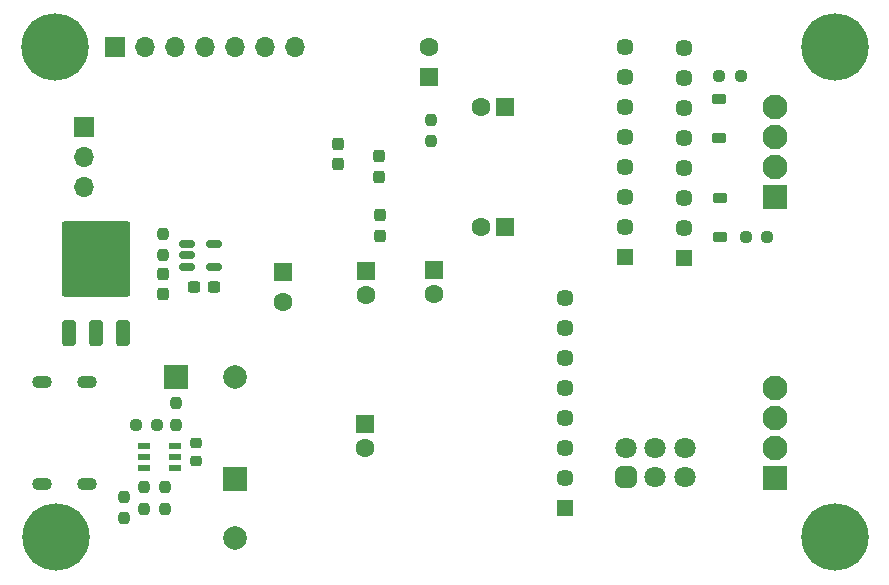
<source format=gbs>
%TF.GenerationSoftware,KiCad,Pcbnew,9.0.0*%
%TF.CreationDate,2025-03-30T14:17:43+09:00*%
%TF.ProjectId,v1000,76313030-302e-46b6-9963-61645f706362,rev?*%
%TF.SameCoordinates,Original*%
%TF.FileFunction,Soldermask,Bot*%
%TF.FilePolarity,Negative*%
%FSLAX46Y46*%
G04 Gerber Fmt 4.6, Leading zero omitted, Abs format (unit mm)*
G04 Created by KiCad (PCBNEW 9.0.0) date 2025-03-30 14:17:43*
%MOMM*%
%LPD*%
G01*
G04 APERTURE LIST*
G04 Aperture macros list*
%AMRoundRect*
0 Rectangle with rounded corners*
0 $1 Rounding radius*
0 $2 $3 $4 $5 $6 $7 $8 $9 X,Y pos of 4 corners*
0 Add a 4 corners polygon primitive as box body*
4,1,4,$2,$3,$4,$5,$6,$7,$8,$9,$2,$3,0*
0 Add four circle primitives for the rounded corners*
1,1,$1+$1,$2,$3*
1,1,$1+$1,$4,$5*
1,1,$1+$1,$6,$7*
1,1,$1+$1,$8,$9*
0 Add four rect primitives between the rounded corners*
20,1,$1+$1,$2,$3,$4,$5,0*
20,1,$1+$1,$4,$5,$6,$7,0*
20,1,$1+$1,$6,$7,$8,$9,0*
20,1,$1+$1,$8,$9,$2,$3,0*%
G04 Aperture macros list end*
%ADD10O,1.700000X1.100000*%
%ADD11RoundRect,0.225000X0.375000X-0.225000X0.375000X0.225000X-0.375000X0.225000X-0.375000X-0.225000X0*%
%ADD12RoundRect,0.225000X-0.375000X0.225000X-0.375000X-0.225000X0.375000X-0.225000X0.375000X0.225000X0*%
%ADD13R,1.450000X1.450000*%
%ADD14C,1.450000*%
%ADD15R,1.600000X1.600000*%
%ADD16C,1.600000*%
%ADD17RoundRect,0.250001X0.799999X-0.799999X0.799999X0.799999X-0.799999X0.799999X-0.799999X-0.799999X0*%
%ADD18C,2.100000*%
%ADD19R,1.700000X1.700000*%
%ADD20O,1.700000X1.700000*%
%ADD21C,5.700000*%
%ADD22RoundRect,0.450000X-0.450000X0.450000X-0.450000X-0.450000X0.450000X-0.450000X0.450000X0.450000X0*%
%ADD23C,1.800000*%
%ADD24R,2.000000X2.000000*%
%ADD25C,2.000000*%
%ADD26RoundRect,0.237500X0.237500X-0.300000X0.237500X0.300000X-0.237500X0.300000X-0.237500X-0.300000X0*%
%ADD27RoundRect,0.250000X0.350000X-0.850000X0.350000X0.850000X-0.350000X0.850000X-0.350000X-0.850000X0*%
%ADD28RoundRect,0.249997X2.650003X-2.950003X2.650003X2.950003X-2.650003X2.950003X-2.650003X-2.950003X0*%
%ADD29RoundRect,0.237500X-0.237500X0.250000X-0.237500X-0.250000X0.237500X-0.250000X0.237500X0.250000X0*%
%ADD30RoundRect,0.225000X-0.250000X0.225000X-0.250000X-0.225000X0.250000X-0.225000X0.250000X0.225000X0*%
%ADD31RoundRect,0.237500X-0.300000X-0.237500X0.300000X-0.237500X0.300000X0.237500X-0.300000X0.237500X0*%
%ADD32RoundRect,0.237500X0.250000X0.237500X-0.250000X0.237500X-0.250000X-0.237500X0.250000X-0.237500X0*%
%ADD33R,1.100000X0.600000*%
%ADD34RoundRect,0.237500X-0.250000X-0.237500X0.250000X-0.237500X0.250000X0.237500X-0.250000X0.237500X0*%
%ADD35RoundRect,0.237500X0.237500X-0.250000X0.237500X0.250000X-0.237500X0.250000X-0.237500X-0.250000X0*%
%ADD36RoundRect,0.237500X-0.237500X0.300000X-0.237500X-0.300000X0.237500X-0.300000X0.237500X0.300000X0*%
%ADD37RoundRect,0.150000X-0.512500X-0.150000X0.512500X-0.150000X0.512500X0.150000X-0.512500X0.150000X0*%
G04 APERTURE END LIST*
D10*
%TO.C,J3*%
X65670000Y-111320000D03*
X61870000Y-111320000D03*
X65670000Y-119960000D03*
X61870000Y-119960000D03*
%TD*%
D11*
%TO.C,D6*%
X119270000Y-99020000D03*
X119270000Y-95720000D03*
%TD*%
D12*
%TO.C,D5*%
X119240000Y-87340000D03*
X119240000Y-90640000D03*
%TD*%
D13*
%TO.C,U3*%
X106140000Y-121990000D03*
D14*
X106140000Y-119450000D03*
X106140000Y-116910000D03*
X106140000Y-114370000D03*
X106140000Y-111830000D03*
X106140000Y-109290000D03*
X106140000Y-106750000D03*
X106140000Y-104210000D03*
%TD*%
D15*
%TO.C,C5*%
X101080000Y-88090000D03*
D16*
X99080000Y-88090000D03*
%TD*%
D17*
%TO.C,J1*%
X123920000Y-119420000D03*
D18*
X123920000Y-116880000D03*
X123920000Y-114340000D03*
X123920000Y-111800000D03*
%TD*%
D19*
%TO.C,J4*%
X68080000Y-83010000D03*
D20*
X70620000Y-83010000D03*
X73160000Y-83010000D03*
X75700000Y-83010000D03*
X78240000Y-83010000D03*
X80780000Y-83010000D03*
X83320000Y-83010000D03*
%TD*%
D19*
%TO.C,Y1*%
X65440000Y-89750000D03*
D20*
X65440000Y-92290000D03*
X65440000Y-94830000D03*
%TD*%
D21*
%TO.C,REF\u002A\u002A*%
X63040000Y-124460000D03*
%TD*%
D13*
%TO.C,U2*%
X111220000Y-100790000D03*
D14*
X111220000Y-98250000D03*
X111220000Y-95710000D03*
X111220000Y-93170000D03*
X111220000Y-90630000D03*
X111220000Y-88090000D03*
X111220000Y-85550000D03*
X111220000Y-83010000D03*
%TD*%
D22*
%TO.C,RV1*%
X111310000Y-119380000D03*
D23*
X113810000Y-119380000D03*
X116310000Y-119380000D03*
X111310000Y-116880000D03*
X113810000Y-116880000D03*
X116310000Y-116880000D03*
%TD*%
D21*
%TO.C,*%
X129000000Y-83010000D03*
%TD*%
D15*
%TO.C,C19*%
X94650000Y-85500000D03*
D16*
X94650000Y-83000000D03*
%TD*%
D15*
%TO.C,C13*%
X89240000Y-114900000D03*
D16*
X89240000Y-116900000D03*
%TD*%
D21*
%TO.C,*%
X62980000Y-83010000D03*
%TD*%
D24*
%TO.C,C21*%
X73270000Y-110920000D03*
D25*
X78270000Y-110920000D03*
%TD*%
D24*
%TO.C,C22*%
X78230000Y-119540000D03*
D25*
X78230000Y-124540000D03*
%TD*%
D13*
%TO.C,U4*%
X116290000Y-100800000D03*
D14*
X116290000Y-98260000D03*
X116290000Y-95720000D03*
X116290000Y-93180000D03*
X116290000Y-90640000D03*
X116290000Y-88100000D03*
X116290000Y-85560000D03*
X116290000Y-83020000D03*
%TD*%
D15*
%TO.C,C18*%
X82290000Y-102020000D03*
D16*
X82290000Y-104520000D03*
%TD*%
D15*
%TO.C,C4*%
X95120000Y-101870000D03*
D16*
X95120000Y-103870000D03*
%TD*%
D15*
%TO.C,C8*%
X101060000Y-98250000D03*
D16*
X99060000Y-98250000D03*
%TD*%
D17*
%TO.C,J2*%
X123930000Y-95710000D03*
D18*
X123930000Y-93170000D03*
X123930000Y-90630000D03*
X123930000Y-88090000D03*
%TD*%
D21*
%TO.C,*%
X129000000Y-124490000D03*
%TD*%
D15*
%TO.C,C11*%
X89360000Y-101964888D03*
D16*
X89360000Y-103964888D03*
%TD*%
D26*
%TO.C,C20*%
X90390000Y-93950000D03*
X90390000Y-92225000D03*
%TD*%
D27*
%TO.C,U5*%
X68770000Y-107190000D03*
X66490000Y-107190000D03*
D28*
X66490000Y-100890000D03*
D27*
X64210000Y-107190000D03*
%TD*%
D29*
%TO.C,R22*%
X70540000Y-120247500D03*
X70540000Y-122072500D03*
%TD*%
D26*
%TO.C,C2*%
X72120000Y-103875000D03*
X72120000Y-102150000D03*
%TD*%
D30*
%TO.C,C25*%
X74910000Y-116470000D03*
X74910000Y-118020000D03*
%TD*%
D26*
%TO.C,C17*%
X86980000Y-92870000D03*
X86980000Y-91145000D03*
%TD*%
D31*
%TO.C,C1*%
X74745000Y-103260000D03*
X76470000Y-103260000D03*
%TD*%
D32*
%TO.C,R19*%
X121062500Y-85400000D03*
X119237500Y-85400000D03*
%TD*%
D29*
%TO.C,R23*%
X72280000Y-120260000D03*
X72280000Y-122085000D03*
%TD*%
D33*
%TO.C,IC2*%
X73140000Y-116740000D03*
X73140000Y-117690000D03*
X73140000Y-118640000D03*
X70540000Y-118640000D03*
X70540000Y-117690000D03*
X70540000Y-116740000D03*
%TD*%
D32*
%TO.C,R18*%
X123292500Y-99020000D03*
X121467500Y-99020000D03*
%TD*%
D34*
%TO.C,R24*%
X69835000Y-114950000D03*
X71660000Y-114950000D03*
%TD*%
D29*
%TO.C,R15*%
X94860000Y-89137500D03*
X94860000Y-90962500D03*
%TD*%
D35*
%TO.C,R20*%
X73220000Y-114942500D03*
X73220000Y-113117500D03*
%TD*%
D29*
%TO.C,R16*%
X72120000Y-98785000D03*
X72120000Y-100610000D03*
%TD*%
D36*
%TO.C,C3*%
X90490000Y-97205000D03*
X90490000Y-98930000D03*
%TD*%
D29*
%TO.C,R21*%
X68830000Y-121037500D03*
X68830000Y-122862500D03*
%TD*%
D37*
%TO.C,U6*%
X74182500Y-101560000D03*
X74182500Y-100610000D03*
X74182500Y-99660000D03*
X76457500Y-99660000D03*
X76457500Y-101560000D03*
%TD*%
M02*

</source>
